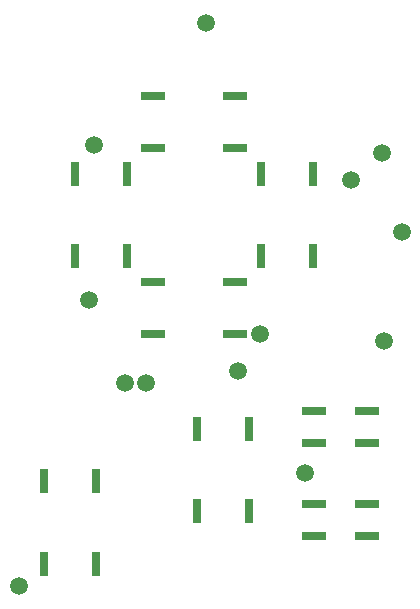
<source format=gts>
%TF.GenerationSoftware,KiCad,Pcbnew,(5.1.10)-1*%
%TF.CreationDate,2021-06-21T00:32:37-07:00*%
%TF.ProjectId,tactileAGB,74616374-696c-4654-9147-422e6b696361,rev?*%
%TF.SameCoordinates,Original*%
%TF.FileFunction,Soldermask,Top*%
%TF.FilePolarity,Negative*%
%FSLAX46Y46*%
G04 Gerber Fmt 4.6, Leading zero omitted, Abs format (unit mm)*
G04 Created by KiCad (PCBNEW (5.1.10)-1) date 2021-06-21 00:32:37*
%MOMM*%
%LPD*%
G01*
G04 APERTURE LIST*
%ADD10R,0.700000X2.000000*%
%ADD11R,2.000000X0.700000*%
%ADD12C,1.500000*%
%ADD13R,2.000000X0.650000*%
G04 APERTURE END LIST*
D10*
%TO.C,A*%
X93757498Y-119160190D03*
X93757498Y-126160190D03*
X89357498Y-126160190D03*
X89357498Y-119160190D03*
%TD*%
%TO.C,B*%
X76424207Y-130595038D03*
X76424207Y-123595038D03*
X80824207Y-123595038D03*
X80824207Y-130595038D03*
%TD*%
D11*
%TO.C,DOWN*%
X85627007Y-106733175D03*
X92627007Y-106733175D03*
X92627007Y-111133175D03*
X85627007Y-111133175D03*
%TD*%
D12*
%TO.C,FR2*%
X74312052Y-132454477D03*
%TD*%
%TO.C,GND2PAD1*%
X98534388Y-122960566D03*
%TD*%
%TO.C,GND3PAD1*%
X92882647Y-114324217D03*
%TD*%
%TO.C,L-SHIELDING1*%
X90160003Y-84817789D03*
%TD*%
D10*
%TO.C,LEFT*%
X83459507Y-97565675D03*
X83459507Y-104565675D03*
X79059507Y-104565675D03*
X79059507Y-97565675D03*
%TD*%
%TO.C,RIGHT*%
X94794507Y-104565675D03*
X94794507Y-97565675D03*
X99194507Y-97565675D03*
X99194507Y-104565675D03*
%TD*%
D13*
%TO.C,SELECT*%
X99320000Y-125525000D03*
X103820000Y-125525000D03*
X103820000Y-128275000D03*
X99320000Y-128275000D03*
%TD*%
%TO.C,START*%
X103820000Y-120396132D03*
X99320000Y-120396132D03*
X99320000Y-117646132D03*
X103820000Y-117646132D03*
%TD*%
D12*
%TO.C,TP0*%
X85083912Y-115324217D03*
%TD*%
%TO.C,TP1*%
X83299896Y-115324217D03*
%TD*%
%TO.C,TP2*%
X105265136Y-111770672D03*
%TD*%
%TO.C,TP3*%
X106728171Y-102522748D03*
%TD*%
%TO.C,TP4*%
X102436117Y-98133742D03*
%TD*%
%TO.C,TP5*%
X80670003Y-95107789D03*
%TD*%
%TO.C,TP6*%
X105085618Y-95819479D03*
%TD*%
%TO.C,TP7*%
X94735694Y-111185349D03*
%TD*%
D11*
%TO.C,UP*%
X92627007Y-95398175D03*
X85627007Y-95398175D03*
X85627007Y-90998175D03*
X92627007Y-90998175D03*
%TD*%
D12*
%TO.C,VDD15*%
X80252506Y-108245768D03*
%TD*%
M02*

</source>
